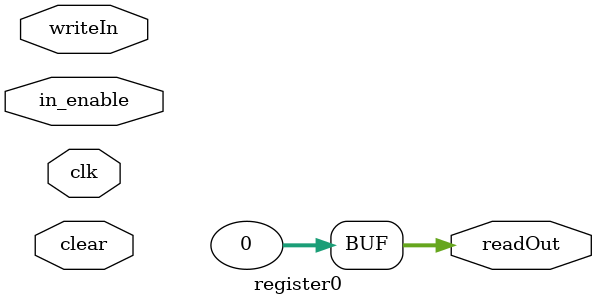
<source format=v>
module register0(readOut, clk, in_enable, writeIn, clear);
    //clear = ctrl_reset, 
    input clk, in_enable, clear;
    input [31:0] writeIn;
    output [31:0] readOut;

    //we want 32 flipflops, each with input data_in[i], and output toOut[i]
    wire [31:0] toOut;

    assign readOut = 32'b0;

endmodule
</source>
